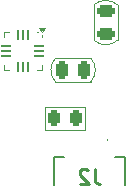
<source format=gbr>
%TF.GenerationSoftware,KiCad,Pcbnew,9.0.0*%
%TF.CreationDate,2025-03-14T15:54:35+08:00*%
%TF.ProjectId,xypad,78797061-642e-46b6-9963-61645f706362,rev?*%
%TF.SameCoordinates,Original*%
%TF.FileFunction,Legend,Bot*%
%TF.FilePolarity,Positive*%
%FSLAX46Y46*%
G04 Gerber Fmt 4.6, Leading zero omitted, Abs format (unit mm)*
G04 Created by KiCad (PCBNEW 9.0.0) date 2025-03-14 15:54:35*
%MOMM*%
%LPD*%
G01*
G04 APERTURE LIST*
G04 Aperture macros list*
%AMRoundRect*
0 Rectangle with rounded corners*
0 $1 Rounding radius*
0 $2 $3 $4 $5 $6 $7 $8 $9 X,Y pos of 4 corners*
0 Add a 4 corners polygon primitive as box body*
4,1,4,$2,$3,$4,$5,$6,$7,$8,$9,$2,$3,0*
0 Add four circle primitives for the rounded corners*
1,1,$1+$1,$2,$3*
1,1,$1+$1,$4,$5*
1,1,$1+$1,$6,$7*
1,1,$1+$1,$8,$9*
0 Add four rect primitives between the rounded corners*
20,1,$1+$1,$2,$3,$4,$5,0*
20,1,$1+$1,$4,$5,$6,$7,0*
20,1,$1+$1,$6,$7,$8,$9,0*
20,1,$1+$1,$8,$9,$2,$3,0*%
%AMFreePoly0*
4,1,14,0.450784,0.088284,0.462500,0.060000,0.462500,0.036569,0.450784,0.008285,0.354215,-0.088284,0.325931,-0.100000,-0.422500,-0.100000,-0.450784,-0.088284,-0.462500,-0.060000,-0.462500,0.060000,-0.450784,0.088284,-0.422500,0.100000,0.422500,0.100000,0.450784,0.088284,0.450784,0.088284,$1*%
%AMFreePoly1*
4,1,14,0.354215,0.088284,0.450784,-0.008285,0.462500,-0.036569,0.462500,-0.060000,0.450784,-0.088284,0.422500,-0.100000,-0.422500,-0.100000,-0.450784,-0.088284,-0.462500,-0.060000,-0.462500,0.060000,-0.450784,0.088284,-0.422500,0.100000,0.325931,0.100000,0.354215,0.088284,0.354215,0.088284,$1*%
%AMFreePoly2*
4,1,14,0.088284,0.450784,0.100000,0.422500,0.100000,-0.422500,0.088284,-0.450784,0.060000,-0.462500,0.036569,-0.462500,0.008285,-0.450784,-0.088284,-0.354215,-0.100000,-0.325931,-0.100000,0.422500,-0.088284,0.450784,-0.060000,0.462500,0.060000,0.462500,0.088284,0.450784,0.088284,0.450784,$1*%
%AMFreePoly3*
4,1,14,0.088284,0.450784,0.100000,0.422500,0.100000,-0.325931,0.088284,-0.354215,-0.008285,-0.450784,-0.036569,-0.462500,-0.060000,-0.462500,-0.088284,-0.450784,-0.100000,-0.422500,-0.100000,0.422500,-0.088284,0.450784,-0.060000,0.462500,0.060000,0.462500,0.088284,0.450784,0.088284,0.450784,$1*%
%AMFreePoly4*
4,1,14,0.450784,0.088284,0.462500,0.060000,0.462500,-0.060000,0.450784,-0.088284,0.422500,-0.100000,-0.422500,-0.100000,-0.450784,-0.088284,-0.462500,-0.060000,-0.462500,-0.036569,-0.450784,-0.008285,-0.354215,0.088284,-0.325931,0.100000,0.422500,0.100000,0.450784,0.088284,0.450784,0.088284,$1*%
%AMFreePoly5*
4,1,14,0.450784,0.088284,0.462500,0.060000,0.462500,-0.060000,0.450784,-0.088284,0.422500,-0.100000,-0.325931,-0.100000,-0.354215,-0.088284,-0.450784,0.008285,-0.462500,0.036569,-0.462500,0.060000,-0.450784,0.088284,-0.422500,0.100000,0.422500,0.100000,0.450784,0.088284,0.450784,0.088284,$1*%
%AMFreePoly6*
4,1,14,-0.008285,0.450784,0.088284,0.354215,0.100000,0.325931,0.100000,-0.422500,0.088284,-0.450784,0.060000,-0.462500,-0.060000,-0.462500,-0.088284,-0.450784,-0.100000,-0.422500,-0.100000,0.422500,-0.088284,0.450784,-0.060000,0.462500,-0.036569,0.462500,-0.008285,0.450784,-0.008285,0.450784,$1*%
%AMFreePoly7*
4,1,14,0.088284,0.450784,0.100000,0.422500,0.100000,-0.422500,0.088284,-0.450784,0.060000,-0.462500,-0.060000,-0.462500,-0.088284,-0.450784,-0.100000,-0.422500,-0.100000,0.325931,-0.088284,0.354215,0.008285,0.450784,0.036569,0.462500,0.060000,0.462500,0.088284,0.450784,0.088284,0.450784,$1*%
G04 Aperture macros list end*
%ADD10C,0.254000*%
%ADD11C,0.120000*%
%ADD12C,0.200000*%
%ADD13C,0.100000*%
%ADD14C,3.200000*%
%ADD15RoundRect,0.250000X0.262500X0.450000X-0.262500X0.450000X-0.262500X-0.450000X0.262500X-0.450000X0*%
%ADD16R,0.600000X1.550000*%
%ADD17R,1.200000X1.800000*%
%ADD18FreePoly0,180.000000*%
%ADD19RoundRect,0.050000X0.412500X0.050000X-0.412500X0.050000X-0.412500X-0.050000X0.412500X-0.050000X0*%
%ADD20FreePoly1,180.000000*%
%ADD21FreePoly2,180.000000*%
%ADD22RoundRect,0.050000X0.050000X0.412500X-0.050000X0.412500X-0.050000X-0.412500X0.050000X-0.412500X0*%
%ADD23FreePoly3,180.000000*%
%ADD24FreePoly4,180.000000*%
%ADD25FreePoly5,180.000000*%
%ADD26FreePoly6,180.000000*%
%ADD27FreePoly7,180.000000*%
%ADD28RoundRect,0.250000X-0.250000X-0.475000X0.250000X-0.475000X0.250000X0.475000X-0.250000X0.475000X0*%
%ADD29RoundRect,0.250000X0.475000X-0.250000X0.475000X0.250000X-0.475000X0.250000X-0.475000X-0.250000X0*%
G04 APERTURE END LIST*
D10*
X182970445Y-71082212D02*
X182970445Y-71989355D01*
X182970445Y-71989355D02*
X183030922Y-72170783D01*
X183030922Y-72170783D02*
X183151874Y-72291736D01*
X183151874Y-72291736D02*
X183333303Y-72352212D01*
X183333303Y-72352212D02*
X183454255Y-72352212D01*
X182426160Y-71203164D02*
X182365684Y-71142688D01*
X182365684Y-71142688D02*
X182244731Y-71082212D01*
X182244731Y-71082212D02*
X181942350Y-71082212D01*
X181942350Y-71082212D02*
X181821398Y-71142688D01*
X181821398Y-71142688D02*
X181760922Y-71203164D01*
X181760922Y-71203164D02*
X181700445Y-71324116D01*
X181700445Y-71324116D02*
X181700445Y-71445069D01*
X181700445Y-71445069D02*
X181760922Y-71626497D01*
X181760922Y-71626497D02*
X182486636Y-72352212D01*
X182486636Y-72352212D02*
X181700445Y-72352212D01*
D11*
%TO.C,R3*%
X178790894Y-65810000D02*
X178790894Y-67810000D01*
X178790894Y-67810000D02*
X182190894Y-67810000D01*
X182190894Y-65810000D02*
X178790894Y-65810000D01*
X182190894Y-67810000D02*
X182190894Y-65810000D01*
D12*
%TO.C,J2*%
X179547113Y-70102894D02*
X180347113Y-70102894D01*
X179547113Y-72465894D02*
X179547113Y-70102894D01*
D13*
X184047113Y-68565894D02*
X184047113Y-68565894D01*
X184047113Y-68665894D02*
X184047113Y-68665894D01*
D12*
X185547113Y-70102894D02*
X184747113Y-70102894D01*
X185547113Y-72465894D02*
X185547113Y-70102894D01*
D13*
X184047113Y-68565894D02*
G75*
G02*
X184047113Y-68665894I0J-50000D01*
G01*
X184047113Y-68665894D02*
G75*
G02*
X184047113Y-68565894I0J50000D01*
G01*
D11*
%TO.C,U1*%
X175290000Y-59490000D02*
X175290000Y-59940000D01*
X175290000Y-62710000D02*
X175290000Y-62260000D01*
X175740000Y-59490000D02*
X175290000Y-59490000D01*
X175740000Y-62710000D02*
X175290000Y-62710000D01*
X178060000Y-59490000D02*
X178210000Y-59490000D01*
X178060000Y-62710000D02*
X178510000Y-62710000D01*
X178510000Y-59940000D02*
X178510000Y-59730000D01*
X178510000Y-62710000D02*
X178510000Y-62260000D01*
X178510000Y-59490000D02*
X178270000Y-59160000D01*
X178750000Y-59160000D01*
X178510000Y-59490000D01*
G36*
X178510000Y-59490000D02*
G01*
X178270000Y-59160000D01*
X178750000Y-59160000D01*
X178510000Y-59490000D01*
G37*
%TO.C,C2*%
X179660000Y-63700000D02*
X182660000Y-63700000D01*
X182660000Y-61700000D02*
X179660000Y-61700000D01*
X179660000Y-63700000D02*
G75*
G02*
X179660000Y-61700000I1122254J1000000D01*
G01*
X182660000Y-61700000D02*
G75*
G02*
X182660000Y-63700000I-1122254J-1000000D01*
G01*
%TO.C,C1*%
X184920000Y-60190894D02*
X184920000Y-57190894D01*
X182920000Y-57190894D02*
X182920000Y-60190894D01*
X184920000Y-60190894D02*
G75*
G02*
X182920000Y-60190894I-1000000J1122254D01*
G01*
X182920000Y-57190894D02*
G75*
G02*
X184920000Y-57190894I1000000J-1122254D01*
G01*
%TD*%
%LPC*%
D14*
%TO.C,H4*%
X201875000Y-86075000D03*
%TD*%
%TO.C,H3*%
X151875000Y-86075000D03*
%TD*%
%TO.C,H2*%
X201875000Y-36075000D03*
%TD*%
%TO.C,H1*%
X151875000Y-36075000D03*
%TD*%
D15*
%TO.C,R3*%
X181403394Y-66810000D03*
X179578394Y-66810000D03*
%TD*%
D16*
%TO.C,J2*%
X184047113Y-69778894D03*
X183047113Y-69778894D03*
X182047113Y-69778894D03*
X181047113Y-69778894D03*
D17*
X185347113Y-73653894D03*
X179747113Y-73653894D03*
%TD*%
D18*
%TO.C,U1*%
X178287500Y-60300000D03*
D19*
X178287500Y-60700000D03*
X178287500Y-61100000D03*
X178287500Y-61500000D03*
D20*
X178287500Y-61900000D03*
D21*
X177700000Y-62487500D03*
D22*
X177300000Y-62487500D03*
X176900000Y-62487500D03*
X176500000Y-62487500D03*
D23*
X176100000Y-62487500D03*
D24*
X175512500Y-61900000D03*
D19*
X175512500Y-61500000D03*
X175512500Y-61100000D03*
X175512500Y-60700000D03*
D25*
X175512500Y-60300000D03*
D26*
X176100000Y-59712500D03*
D22*
X176500000Y-59712500D03*
X176900000Y-59712500D03*
X177300000Y-59712500D03*
D27*
X177700000Y-59712500D03*
%TD*%
D28*
%TO.C,C2*%
X180210001Y-62700000D03*
X182109999Y-62700000D03*
%TD*%
D29*
%TO.C,C1*%
X183920000Y-59640893D03*
X183920000Y-57740895D03*
%TD*%
%LPD*%
M02*

</source>
